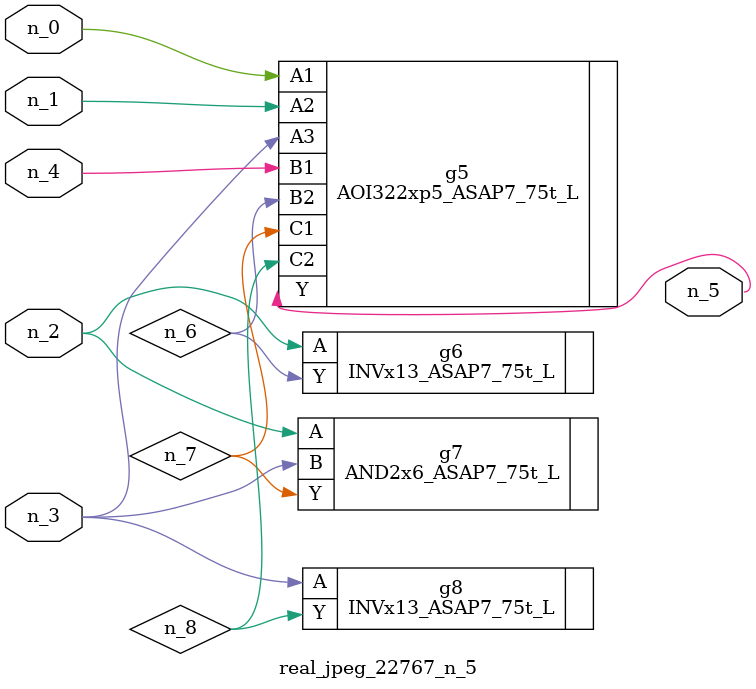
<source format=v>
module real_jpeg_22767_n_5 (n_4, n_0, n_1, n_2, n_3, n_5);

input n_4;
input n_0;
input n_1;
input n_2;
input n_3;

output n_5;

wire n_8;
wire n_6;
wire n_7;

AOI322xp5_ASAP7_75t_L g5 ( 
.A1(n_0),
.A2(n_1),
.A3(n_3),
.B1(n_4),
.B2(n_6),
.C1(n_7),
.C2(n_8),
.Y(n_5)
);

INVx13_ASAP7_75t_L g6 ( 
.A(n_2),
.Y(n_6)
);

AND2x6_ASAP7_75t_L g7 ( 
.A(n_2),
.B(n_3),
.Y(n_7)
);

INVx13_ASAP7_75t_L g8 ( 
.A(n_3),
.Y(n_8)
);


endmodule
</source>
